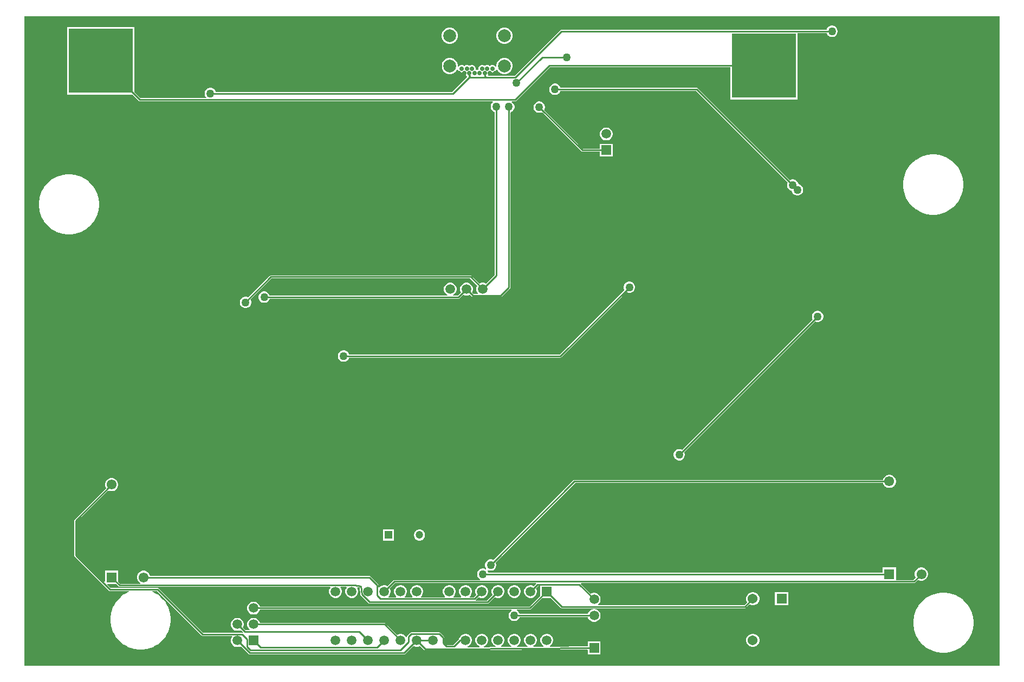
<source format=gbl>
G04*
G04 #@! TF.GenerationSoftware,Altium Limited,Altium Designer,22.11.1 (43)*
G04*
G04 Layer_Physical_Order=2*
G04 Layer_Color=16711680*
%FSLAX25Y25*%
%MOIN*%
G70*
G04*
G04 #@! TF.SameCoordinates,F1E40A5C-0621-48A3-8FA6-9D6C7DDBF0E7*
G04*
G04*
G04 #@! TF.FilePolarity,Positive*
G04*
G01*
G75*
%ADD10C,0.01000*%
%ADD30R,0.05906X0.05906*%
%ADD54C,0.06063*%
%ADD55R,0.06063X0.06063*%
G04:AMPARAMS|DCode=57|XSize=94.49mil|YSize=196.85mil|CornerRadius=47.24mil|HoleSize=0mil|Usage=FLASHONLY|Rotation=0.000|XOffset=0mil|YOffset=0mil|HoleType=Round|Shape=RoundedRectangle|*
%AMROUNDEDRECTD57*
21,1,0.09449,0.10236,0,0,0.0*
21,1,0.00000,0.19685,0,0,0.0*
1,1,0.09449,0.00000,-0.05118*
1,1,0.09449,0.00000,-0.05118*
1,1,0.09449,0.00000,0.05118*
1,1,0.09449,0.00000,0.05118*
%
%ADD57ROUNDEDRECTD57*%
%ADD58C,0.06102*%
%ADD59R,0.06102X0.06102*%
%ADD63C,0.05906*%
%ADD64R,0.05906X0.05906*%
%ADD65C,0.02756*%
%ADD66C,0.07913*%
%ADD67R,0.39370X0.39370*%
%ADD68R,0.04724X0.04724*%
%ADD69C,0.04724*%
%ADD70C,0.05000*%
G36*
X700000Y100000D02*
X100000D01*
Y500000D01*
X700000D01*
Y100000D01*
D02*
G37*
%LPC*%
G36*
X395964Y492996D02*
X394659D01*
X393398Y492658D01*
X392268Y492006D01*
X391345Y491083D01*
X390692Y489953D01*
X390354Y488692D01*
Y487387D01*
X390692Y486126D01*
X391345Y484996D01*
X392268Y484073D01*
X393398Y483421D01*
X394659Y483083D01*
X395964D01*
X397224Y483421D01*
X398355Y484073D01*
X399277Y484996D01*
X399930Y486126D01*
X400268Y487387D01*
Y488692D01*
X399930Y489953D01*
X399277Y491083D01*
X398355Y492006D01*
X397224Y492658D01*
X395964Y492996D01*
D02*
G37*
G36*
X362342D02*
X361036D01*
X359776Y492658D01*
X358646Y492006D01*
X357723Y491083D01*
X357070Y489953D01*
X356732Y488692D01*
Y487387D01*
X357070Y486126D01*
X357723Y484996D01*
X358646Y484073D01*
X359776Y483421D01*
X361036Y483083D01*
X362342D01*
X363602Y483421D01*
X364733Y484073D01*
X365655Y484996D01*
X366308Y486126D01*
X366646Y487387D01*
Y488692D01*
X366308Y489953D01*
X365655Y491083D01*
X364733Y492006D01*
X363602Y492658D01*
X362342Y492996D01*
D02*
G37*
G36*
X597361Y494200D02*
X596439D01*
X595549Y493961D01*
X594751Y493501D01*
X594099Y492849D01*
X593639Y492051D01*
X593521Y491611D01*
X430468D01*
X430119Y491542D01*
X429824Y491344D01*
X401695Y463216D01*
X385567D01*
X385312Y463716D01*
X385602Y464417D01*
Y465363D01*
X385588Y465398D01*
X386146Y465630D01*
X386374Y465858D01*
X386602Y465630D01*
X387476Y465268D01*
X388422D01*
X389296Y465630D01*
X389965Y466299D01*
X390318Y467152D01*
X390416Y467190D01*
X390827Y467271D01*
X391345Y466374D01*
X392268Y465451D01*
X393398Y464798D01*
X394659Y464461D01*
X395964D01*
X397224Y464798D01*
X398355Y465451D01*
X399277Y466374D01*
X399930Y467504D01*
X400268Y468765D01*
Y470070D01*
X399930Y471330D01*
X399277Y472461D01*
X398355Y473384D01*
X397224Y474036D01*
X395964Y474374D01*
X394659D01*
X393398Y474036D01*
X392268Y473384D01*
X391345Y472461D01*
X390692Y471330D01*
X390354Y470070D01*
Y469259D01*
X389855Y469103D01*
X389296Y469662D01*
X388422Y470023D01*
X387476D01*
X386602Y469662D01*
X386374Y469434D01*
X386146Y469662D01*
X385272Y470023D01*
X384326D01*
X383452Y469662D01*
X383224Y469434D01*
X382997Y469662D01*
X382123Y470023D01*
X381177D01*
X380303Y469662D01*
X379634Y468993D01*
X379272Y468119D01*
Y467173D01*
X379286Y467137D01*
X378728Y466906D01*
X378500Y466678D01*
X378272Y466906D01*
X377714Y467137D01*
X377728Y467173D01*
Y468119D01*
X377366Y468993D01*
X376697Y469662D01*
X375823Y470023D01*
X374877D01*
X374003Y469662D01*
X373776Y469434D01*
X373548Y469662D01*
X372674Y470023D01*
X371728D01*
X370854Y469662D01*
X370626Y469434D01*
X370398Y469662D01*
X369524Y470023D01*
X368578D01*
X367704Y469662D01*
X367146Y469103D01*
X366646Y469259D01*
Y470070D01*
X366308Y471330D01*
X365655Y472461D01*
X364733Y473384D01*
X363602Y474036D01*
X362342Y474374D01*
X361036D01*
X359776Y474036D01*
X358646Y473384D01*
X357723Y472461D01*
X357070Y471330D01*
X356732Y470070D01*
Y468765D01*
X357070Y467504D01*
X357723Y466374D01*
X358646Y465451D01*
X359776Y464798D01*
X361036Y464461D01*
X362342D01*
X363602Y464798D01*
X364733Y465451D01*
X365655Y466374D01*
X366173Y467271D01*
X366584Y467190D01*
X366682Y467152D01*
X367035Y466299D01*
X367704Y465630D01*
X368578Y465268D01*
X369524D01*
X370398Y465630D01*
X370626Y465858D01*
X370854Y465630D01*
X371412Y465398D01*
X371398Y465363D01*
Y464417D01*
X371760Y463543D01*
X372429Y462874D01*
X372484Y462597D01*
X363219Y453332D01*
X217800D01*
X217683Y453772D01*
X217222Y454570D01*
X216570Y455222D01*
X215772Y455683D01*
X214882Y455921D01*
X213960D01*
X213070Y455683D01*
X212272Y455222D01*
X211620Y454570D01*
X211160Y453772D01*
X210921Y452882D01*
Y451960D01*
X211160Y451070D01*
X211620Y450272D01*
X211870Y450022D01*
X211663Y449522D01*
X171266D01*
X167685Y453104D01*
Y493185D01*
X126315D01*
Y451815D01*
X166396D01*
X170245Y447967D01*
X170540Y447769D01*
X170889Y447700D01*
X388115D01*
X388250Y447204D01*
X388250Y447200D01*
X387599Y446549D01*
X387139Y445751D01*
X386900Y444861D01*
Y443939D01*
X387139Y443049D01*
X387599Y442251D01*
X388251Y441599D01*
X389049Y441139D01*
X389489Y441021D01*
Y340777D01*
X384077Y335365D01*
X383526Y335683D01*
X382520Y335953D01*
X381480D01*
X380474Y335683D01*
X379923Y335365D01*
X375144Y340144D01*
X374849Y340342D01*
X374500Y340411D01*
X251772D01*
X251423Y340342D01*
X251127Y340144D01*
X237817Y326834D01*
X237423Y327062D01*
X236532Y327300D01*
X235611D01*
X234721Y327062D01*
X233923Y326601D01*
X233271Y325949D01*
X232810Y325151D01*
X232572Y324261D01*
Y323339D01*
X232810Y322449D01*
X233271Y321651D01*
X233923Y320999D01*
X234721Y320538D01*
X235611Y320300D01*
X236532D01*
X237423Y320538D01*
X238221Y320999D01*
X238872Y321651D01*
X239333Y322449D01*
X239572Y323339D01*
Y324261D01*
X239333Y325151D01*
X239106Y325545D01*
X252149Y338589D01*
X374123D01*
X378635Y334077D01*
X378317Y333526D01*
X378047Y332520D01*
Y331480D01*
X378317Y330474D01*
X378837Y329573D01*
X378937Y329473D01*
X378746Y329011D01*
X376277D01*
X375365Y329923D01*
X375683Y330474D01*
X375953Y331480D01*
Y332520D01*
X375683Y333526D01*
X375163Y334427D01*
X374427Y335163D01*
X373526Y335683D01*
X372520Y335953D01*
X371480D01*
X370474Y335683D01*
X369573Y335163D01*
X368837Y334427D01*
X368317Y333526D01*
X368047Y332520D01*
Y331480D01*
X368317Y330474D01*
X368635Y329923D01*
X366623Y327911D01*
X363824D01*
X363690Y328411D01*
X364427Y328837D01*
X365163Y329573D01*
X365683Y330474D01*
X365953Y331480D01*
Y332520D01*
X365683Y333526D01*
X365163Y334427D01*
X364427Y335163D01*
X363526Y335683D01*
X362520Y335953D01*
X361480D01*
X360474Y335683D01*
X359573Y335163D01*
X358837Y334427D01*
X358317Y333526D01*
X358047Y332520D01*
Y331480D01*
X358317Y330474D01*
X358837Y329573D01*
X359573Y328837D01*
X360310Y328411D01*
X360176Y327911D01*
X250879D01*
X250762Y328351D01*
X250301Y329149D01*
X249649Y329801D01*
X248851Y330261D01*
X247961Y330500D01*
X247039D01*
X246149Y330261D01*
X245351Y329801D01*
X244699Y329149D01*
X244238Y328351D01*
X244000Y327461D01*
Y326539D01*
X244238Y325649D01*
X244699Y324851D01*
X245351Y324199D01*
X246149Y323739D01*
X247039Y323500D01*
X247961D01*
X248851Y323739D01*
X249649Y324199D01*
X250301Y324851D01*
X250762Y325649D01*
X250879Y326089D01*
X367000D01*
X367349Y326158D01*
X367644Y326356D01*
X369923Y328635D01*
X370474Y328317D01*
X371480Y328047D01*
X372520D01*
X373526Y328317D01*
X374077Y328635D01*
X375256Y327456D01*
X375551Y327258D01*
X375900Y327189D01*
X393000D01*
X393349Y327258D01*
X393644Y327456D01*
X398644Y332456D01*
X398842Y332751D01*
X398911Y333100D01*
Y440821D01*
X399351Y440939D01*
X400149Y441399D01*
X400801Y442051D01*
X401262Y442849D01*
X401500Y443739D01*
Y444661D01*
X401262Y445551D01*
X400801Y446349D01*
X400149Y447001D01*
X399804Y447200D01*
X399938Y447700D01*
X402011D01*
X402360Y447769D01*
X402655Y447967D01*
X423277Y468589D01*
X534315D01*
Y448815D01*
X575685D01*
Y489789D01*
X593521D01*
X593639Y489349D01*
X594099Y488551D01*
X594751Y487899D01*
X595549Y487438D01*
X596439Y487200D01*
X597361D01*
X598251Y487438D01*
X599049Y487899D01*
X599701Y488551D01*
X600162Y489349D01*
X600400Y490239D01*
Y491161D01*
X600162Y492051D01*
X599701Y492849D01*
X599049Y493501D01*
X598251Y493961D01*
X597361Y494200D01*
D02*
G37*
G36*
X458520Y431453D02*
X457480D01*
X456474Y431183D01*
X455573Y430663D01*
X454837Y429927D01*
X454317Y429026D01*
X454047Y428020D01*
Y426980D01*
X454317Y425974D01*
X454837Y425073D01*
X455573Y424337D01*
X456474Y423817D01*
X457480Y423547D01*
X458520D01*
X459526Y423817D01*
X460427Y424337D01*
X461163Y425073D01*
X461683Y425974D01*
X461953Y426980D01*
Y428020D01*
X461683Y429026D01*
X461163Y429927D01*
X460427Y430663D01*
X459526Y431183D01*
X458520Y431453D01*
D02*
G37*
G36*
X660259Y414857D02*
X657964D01*
X657898Y414844D01*
X657831Y414849D01*
X655555Y414549D01*
X655492Y414528D01*
X655424Y414523D01*
X653208Y413929D01*
X653147Y413900D01*
X653082Y413886D01*
X650961Y413008D01*
X650905Y412971D01*
X650842Y412949D01*
X648854Y411802D01*
X648804Y411757D01*
X648743Y411728D01*
X646922Y410330D01*
X646878Y410280D01*
X646822Y410243D01*
X645199Y408620D01*
X645162Y408564D01*
X645112Y408520D01*
X643714Y406699D01*
X643685Y406638D01*
X643640Y406588D01*
X642493Y404600D01*
X642471Y404537D01*
X642434Y404481D01*
X641556Y402360D01*
X641542Y402294D01*
X641513Y402234D01*
X640919Y400017D01*
X640914Y399950D01*
X640893Y399887D01*
X640593Y397611D01*
X640598Y397544D01*
X640585Y397478D01*
Y395183D01*
X640598Y395117D01*
X640593Y395050D01*
X640893Y392775D01*
X640914Y392711D01*
X640919Y392644D01*
X641513Y390427D01*
X641542Y390367D01*
X641556Y390301D01*
X642434Y388181D01*
X642471Y388125D01*
X642493Y388061D01*
X643640Y386074D01*
X643685Y386023D01*
X643714Y385963D01*
X645112Y384142D01*
X645162Y384098D01*
X645199Y384042D01*
X646822Y382419D01*
X646878Y382382D01*
X646922Y382331D01*
X648743Y380934D01*
X648804Y380904D01*
X648854Y380860D01*
X650842Y379712D01*
X650905Y379691D01*
X650961Y379653D01*
X653082Y378775D01*
X653147Y378762D01*
X653208Y378732D01*
X655424Y378138D01*
X655492Y378134D01*
X655555Y378112D01*
X657831Y377813D01*
X657898Y377817D01*
X657964Y377804D01*
X660259D01*
X660325Y377817D01*
X660392Y377813D01*
X662667Y378112D01*
X662731Y378134D01*
X662798Y378138D01*
X665015Y378732D01*
X665075Y378762D01*
X665141Y378775D01*
X667261Y379653D01*
X667317Y379691D01*
X667381Y379712D01*
X669368Y380860D01*
X669419Y380904D01*
X669479Y380934D01*
X671300Y382331D01*
X671344Y382382D01*
X671400Y382419D01*
X673023Y384042D01*
X673060Y384098D01*
X673111Y384142D01*
X674508Y385963D01*
X674538Y386023D01*
X674582Y386074D01*
X675730Y388061D01*
X675751Y388125D01*
X675788Y388181D01*
X676667Y390301D01*
X676680Y390367D01*
X676710Y390427D01*
X677304Y392644D01*
X677308Y392711D01*
X677330Y392775D01*
X677629Y395050D01*
X677625Y395117D01*
X677638Y395183D01*
Y397478D01*
X677625Y397544D01*
X677629Y397611D01*
X677330Y399887D01*
X677308Y399950D01*
X677304Y400017D01*
X676710Y402234D01*
X676680Y402294D01*
X676667Y402360D01*
X675788Y404481D01*
X675751Y404537D01*
X675730Y404600D01*
X674582Y406588D01*
X674538Y406638D01*
X674508Y406699D01*
X673111Y408520D01*
X673060Y408564D01*
X673023Y408620D01*
X671400Y410243D01*
X671344Y410280D01*
X671300Y410330D01*
X669479Y411728D01*
X669419Y411757D01*
X669368Y411802D01*
X667381Y412949D01*
X667317Y412971D01*
X667261Y413008D01*
X665141Y413886D01*
X665075Y413900D01*
X665015Y413929D01*
X662798Y414523D01*
X662731Y414528D01*
X662667Y414549D01*
X660392Y414849D01*
X660325Y414844D01*
X660259Y414857D01*
D02*
G37*
G36*
X417161Y447500D02*
X416239D01*
X415349Y447261D01*
X414551Y446801D01*
X413899Y446149D01*
X413439Y445351D01*
X413200Y444461D01*
Y443539D01*
X413439Y442649D01*
X413899Y441851D01*
X414551Y441199D01*
X415349Y440738D01*
X416239Y440500D01*
X417161D01*
X418051Y440738D01*
X418445Y440966D01*
X442556Y416856D01*
X442851Y416658D01*
X443200Y416589D01*
X454047D01*
Y413547D01*
X461953D01*
Y421453D01*
X454047D01*
Y418411D01*
X443577D01*
X419734Y442255D01*
X419962Y442649D01*
X420200Y443539D01*
Y444461D01*
X419962Y445351D01*
X419501Y446149D01*
X418849Y446801D01*
X418051Y447261D01*
X417161Y447500D01*
D02*
G37*
G36*
X128566Y402701D02*
X126271D01*
X126205Y402688D01*
X126138Y402692D01*
X123863Y402392D01*
X123799Y402371D01*
X123732Y402366D01*
X121515Y401772D01*
X121455Y401743D01*
X121389Y401729D01*
X119269Y400851D01*
X119212Y400814D01*
X119149Y400792D01*
X117161Y399645D01*
X117111Y399601D01*
X117051Y399571D01*
X115230Y398174D01*
X115185Y398123D01*
X115129Y398086D01*
X113507Y396463D01*
X113469Y396407D01*
X113419Y396363D01*
X112022Y394542D01*
X111992Y394482D01*
X111948Y394431D01*
X110800Y392444D01*
X110778Y392380D01*
X110741Y392324D01*
X109863Y390204D01*
X109850Y390138D01*
X109820Y390077D01*
X109226Y387861D01*
X109222Y387793D01*
X109200Y387730D01*
X108900Y385455D01*
X108905Y385387D01*
X108892Y385321D01*
Y383027D01*
X108905Y382961D01*
X108900Y382893D01*
X109200Y380618D01*
X109222Y380554D01*
X109226Y380487D01*
X109820Y378271D01*
X109850Y378210D01*
X109863Y378144D01*
X110741Y376024D01*
X110778Y375968D01*
X110800Y375904D01*
X111948Y373917D01*
X111992Y373866D01*
X112022Y373806D01*
X113419Y371985D01*
X113469Y371941D01*
X113507Y371885D01*
X115129Y370262D01*
X115185Y370225D01*
X115230Y370174D01*
X117051Y368777D01*
X117111Y368747D01*
X117161Y368703D01*
X119149Y367556D01*
X119212Y367534D01*
X119269Y367497D01*
X121389Y366618D01*
X121455Y366605D01*
X121515Y366576D01*
X123732Y365982D01*
X123799Y365977D01*
X123863Y365955D01*
X126138Y365656D01*
X126205Y365660D01*
X126271Y365647D01*
X128566D01*
X128632Y365660D01*
X128699Y365656D01*
X130974Y365955D01*
X131038Y365977D01*
X131105Y365982D01*
X133322Y366576D01*
X133382Y366605D01*
X133448Y366618D01*
X135568Y367497D01*
X135624Y367534D01*
X135688Y367556D01*
X137676Y368703D01*
X137726Y368747D01*
X137786Y368777D01*
X139607Y370174D01*
X139652Y370225D01*
X139707Y370262D01*
X141330Y371885D01*
X141368Y371941D01*
X141418Y371985D01*
X142815Y373806D01*
X142845Y373866D01*
X142889Y373917D01*
X144037Y375904D01*
X144058Y375968D01*
X144096Y376024D01*
X144974Y378144D01*
X144987Y378210D01*
X145017Y378271D01*
X145611Y380487D01*
X145615Y380554D01*
X145637Y380618D01*
X145937Y382893D01*
X145932Y382961D01*
X145945Y383027D01*
Y385321D01*
X145932Y385387D01*
X145937Y385455D01*
X145637Y387730D01*
X145615Y387793D01*
X145611Y387861D01*
X145017Y390077D01*
X144987Y390138D01*
X144974Y390204D01*
X144096Y392324D01*
X144058Y392380D01*
X144037Y392444D01*
X142889Y394431D01*
X142845Y394482D01*
X142815Y394542D01*
X141418Y396363D01*
X141368Y396407D01*
X141330Y396463D01*
X139707Y398086D01*
X139652Y398123D01*
X139607Y398174D01*
X137786Y399571D01*
X137726Y399601D01*
X137676Y399645D01*
X135688Y400792D01*
X135624Y400814D01*
X135568Y400851D01*
X133448Y401729D01*
X133382Y401743D01*
X133322Y401772D01*
X131105Y402366D01*
X131038Y402371D01*
X130974Y402392D01*
X128699Y402692D01*
X128632Y402688D01*
X128566Y402701D01*
D02*
G37*
G36*
X426843Y458500D02*
X425921D01*
X425031Y458261D01*
X424233Y457801D01*
X423581Y457149D01*
X423120Y456351D01*
X422882Y455461D01*
Y454539D01*
X423120Y453649D01*
X423581Y452851D01*
X424233Y452199D01*
X425031Y451739D01*
X425921Y451500D01*
X426843D01*
X427733Y451739D01*
X428531Y452199D01*
X429183Y452851D01*
X429643Y453649D01*
X429761Y454089D01*
X513323D01*
X569666Y397745D01*
X569439Y397351D01*
X569200Y396461D01*
Y395539D01*
X569439Y394649D01*
X569899Y393851D01*
X570551Y393199D01*
X571349Y392739D01*
X572129Y392529D01*
X572338Y391749D01*
X572799Y390951D01*
X573451Y390299D01*
X574249Y389839D01*
X575139Y389600D01*
X576061D01*
X576951Y389839D01*
X577749Y390299D01*
X578401Y390951D01*
X578862Y391749D01*
X579100Y392639D01*
Y393561D01*
X578862Y394451D01*
X578401Y395249D01*
X577749Y395901D01*
X576951Y396361D01*
X576171Y396571D01*
X575961Y397351D01*
X575501Y398149D01*
X574849Y398801D01*
X574051Y399261D01*
X573161Y399500D01*
X572239D01*
X571349Y399261D01*
X570955Y399034D01*
X514344Y455644D01*
X514049Y455842D01*
X513700Y455911D01*
X429761D01*
X429643Y456351D01*
X429183Y457149D01*
X428531Y457801D01*
X427733Y458261D01*
X426843Y458500D01*
D02*
G37*
G36*
X472660Y336599D02*
X471738D01*
X470848Y336361D01*
X470050Y335900D01*
X469398Y335248D01*
X468938Y334450D01*
X468699Y333560D01*
Y332638D01*
X468938Y331748D01*
X469165Y331354D01*
X429423Y291611D01*
X299779D01*
X299661Y292051D01*
X299201Y292849D01*
X298549Y293501D01*
X297751Y293962D01*
X296861Y294200D01*
X295939D01*
X295049Y293962D01*
X294251Y293501D01*
X293599Y292849D01*
X293139Y292051D01*
X292900Y291161D01*
Y290239D01*
X293139Y289349D01*
X293599Y288551D01*
X294251Y287899D01*
X295049Y287439D01*
X295939Y287200D01*
X296861D01*
X297751Y287439D01*
X298549Y287899D01*
X299201Y288551D01*
X299661Y289349D01*
X299779Y289789D01*
X429800D01*
X430149Y289858D01*
X430444Y290056D01*
X470454Y330065D01*
X470848Y329838D01*
X471738Y329599D01*
X472660D01*
X473550Y329838D01*
X474348Y330298D01*
X475000Y330950D01*
X475461Y331748D01*
X475699Y332638D01*
Y333560D01*
X475461Y334450D01*
X475000Y335248D01*
X474348Y335900D01*
X473550Y336361D01*
X472660Y336599D01*
D02*
G37*
G36*
X588461Y318600D02*
X587539D01*
X586649Y318361D01*
X585851Y317901D01*
X585199Y317249D01*
X584738Y316451D01*
X584500Y315561D01*
Y314639D01*
X584738Y313749D01*
X584966Y313355D01*
X504627Y233016D01*
X504233Y233243D01*
X503343Y233482D01*
X502421D01*
X501531Y233243D01*
X500733Y232783D01*
X500081Y232131D01*
X499620Y231333D01*
X499382Y230443D01*
Y229521D01*
X499620Y228631D01*
X500081Y227833D01*
X500733Y227181D01*
X501531Y226720D01*
X502421Y226482D01*
X503343D01*
X504233Y226720D01*
X505031Y227181D01*
X505683Y227833D01*
X506143Y228631D01*
X506382Y229521D01*
Y230443D01*
X506143Y231333D01*
X505916Y231727D01*
X586255Y312066D01*
X586649Y311839D01*
X587539Y311600D01*
X588461D01*
X589351Y311839D01*
X590149Y312299D01*
X590801Y312951D01*
X591261Y313749D01*
X591500Y314639D01*
Y315561D01*
X591261Y316451D01*
X590801Y317249D01*
X590149Y317901D01*
X589351Y318361D01*
X588461Y318600D01*
D02*
G37*
G36*
X632691Y217610D02*
X631624D01*
X630594Y217334D01*
X629670Y216801D01*
X628916Y216047D01*
X628382Y215123D01*
X628208Y214470D01*
X438459D01*
X438110Y214401D01*
X437815Y214204D01*
X388645Y165034D01*
X388251Y165261D01*
X387361Y165500D01*
X386439D01*
X385549Y165261D01*
X384751Y164801D01*
X384099Y164149D01*
X383639Y163351D01*
X383400Y162461D01*
Y161539D01*
X383639Y160649D01*
X384099Y159851D01*
X384131Y159819D01*
X383824Y159419D01*
X383404Y159661D01*
X382514Y159900D01*
X381593D01*
X380702Y159661D01*
X379904Y159201D01*
X379253Y158549D01*
X378792Y157751D01*
X378553Y156861D01*
Y155939D01*
X378792Y155049D01*
X379253Y154251D01*
X379904Y153599D01*
X380403Y153311D01*
X380269Y152811D01*
X327553D01*
X327205Y152742D01*
X326909Y152544D01*
X323435Y149070D01*
X322884Y149388D01*
X321879Y149657D01*
X320838D01*
X319832Y149388D01*
X318931Y148868D01*
X318311Y148248D01*
X317811Y148412D01*
Y149800D01*
X317742Y150149D01*
X317544Y150444D01*
X312872Y155117D01*
X312576Y155314D01*
X312228Y155384D01*
X177292D01*
X177118Y156036D01*
X176584Y156960D01*
X175830Y157714D01*
X174906Y158247D01*
X173876Y158524D01*
X172809D01*
X171779Y158247D01*
X170855Y157714D01*
X170101Y156960D01*
X169567Y156036D01*
X169291Y155006D01*
Y153939D01*
X169567Y152909D01*
X170101Y151985D01*
X170855Y151231D01*
X171319Y150962D01*
X171186Y150462D01*
X158956D01*
X157709Y151710D01*
Y158524D01*
X149606D01*
Y151936D01*
X149144Y151744D01*
X132411Y168477D01*
Y189024D01*
X151509Y208122D01*
X152094Y207784D01*
X153124Y207508D01*
X154191D01*
X155221Y207784D01*
X156145Y208317D01*
X156899Y209071D01*
X157432Y209995D01*
X157709Y211026D01*
Y212092D01*
X157432Y213123D01*
X156899Y214047D01*
X156145Y214801D01*
X155221Y215334D01*
X154191Y215610D01*
X153124D01*
X152094Y215334D01*
X151170Y214801D01*
X150416Y214047D01*
X149882Y213123D01*
X149606Y212092D01*
Y211026D01*
X149882Y209995D01*
X150220Y209410D01*
X130856Y190046D01*
X130658Y189750D01*
X130589Y189402D01*
Y168100D01*
X130658Y167751D01*
X130856Y167456D01*
X151956Y146356D01*
X152251Y146158D01*
X152600Y146089D01*
X164244D01*
X164343Y145589D01*
X163350Y145177D01*
X163294Y145140D01*
X163230Y145118D01*
X161243Y143971D01*
X161192Y143927D01*
X161132Y143897D01*
X159311Y142500D01*
X159267Y142449D01*
X159211Y142412D01*
X157588Y140789D01*
X157551Y140733D01*
X157500Y140689D01*
X156103Y138868D01*
X156073Y138808D01*
X156029Y138757D01*
X154882Y136770D01*
X154860Y136706D01*
X154823Y136650D01*
X153944Y134530D01*
X153931Y134464D01*
X153902Y134403D01*
X153308Y132187D01*
X153303Y132120D01*
X153281Y132056D01*
X152982Y129780D01*
X152986Y129713D01*
X152973Y129648D01*
Y127352D01*
X152986Y127287D01*
X152982Y127219D01*
X153281Y124944D01*
X153303Y124880D01*
X153308Y124813D01*
X153902Y122597D01*
X153931Y122536D01*
X153944Y122470D01*
X154823Y120350D01*
X154860Y120294D01*
X154882Y120230D01*
X156029Y118243D01*
X156073Y118192D01*
X156103Y118132D01*
X157500Y116311D01*
X157551Y116267D01*
X157588Y116211D01*
X159211Y114588D01*
X159267Y114551D01*
X159311Y114500D01*
X161132Y113103D01*
X161192Y113074D01*
X161243Y113029D01*
X163230Y111882D01*
X163294Y111860D01*
X163350Y111823D01*
X165470Y110944D01*
X165536Y110931D01*
X165596Y110901D01*
X167813Y110308D01*
X167880Y110303D01*
X167944Y110282D01*
X170219Y109982D01*
X170287Y109986D01*
X170352Y109973D01*
X172648D01*
X172713Y109986D01*
X172781Y109982D01*
X175056Y110282D01*
X175120Y110303D01*
X175187Y110308D01*
X177403Y110901D01*
X177464Y110931D01*
X177530Y110944D01*
X179650Y111823D01*
X179706Y111860D01*
X179770Y111882D01*
X181757Y113029D01*
X181808Y113074D01*
X181868Y113103D01*
X183689Y114500D01*
X183733Y114551D01*
X183789Y114588D01*
X185412Y116211D01*
X185449Y116267D01*
X185500Y116311D01*
X186897Y118132D01*
X186926Y118192D01*
X186971Y118243D01*
X188118Y120230D01*
X188140Y120294D01*
X188177Y120350D01*
X189056Y122470D01*
X189069Y122536D01*
X189099Y122597D01*
X189692Y124813D01*
X189697Y124880D01*
X189718Y124944D01*
X190018Y127219D01*
X190014Y127287D01*
X190027Y127352D01*
Y129648D01*
X190014Y129713D01*
X190018Y129781D01*
X189718Y132056D01*
X189697Y132120D01*
X189692Y132187D01*
X189099Y134403D01*
X189069Y134464D01*
X189056Y134530D01*
X188177Y136650D01*
X188140Y136706D01*
X188118Y136770D01*
X186971Y138757D01*
X186926Y138808D01*
X186897Y138868D01*
X185500Y140689D01*
X185449Y140733D01*
X185412Y140789D01*
X183789Y142412D01*
X183733Y142449D01*
X183689Y142500D01*
X181868Y143897D01*
X181808Y143927D01*
X181757Y143971D01*
X179770Y145118D01*
X179706Y145140D01*
X179650Y145177D01*
X178657Y145589D01*
X178756Y146089D01*
X181723D01*
X209056Y118756D01*
X209351Y118558D01*
X209700Y118489D01*
X227746D01*
X227937Y118027D01*
X227837Y117927D01*
X227317Y117026D01*
X227047Y116020D01*
Y114980D01*
X227317Y113974D01*
X227837Y113073D01*
X228573Y112337D01*
X229474Y111817D01*
X230480Y111547D01*
X231520D01*
X232526Y111817D01*
X233077Y112135D01*
X237956Y107256D01*
X238251Y107058D01*
X238600Y106989D01*
X333553D01*
X333902Y107058D01*
X334198Y107256D01*
X339282Y112339D01*
X339832Y112021D01*
X340838Y111752D01*
X341879D01*
X342884Y112021D01*
X343435Y112339D01*
X345954Y109820D01*
X346250Y109623D01*
X346599Y109553D01*
X364864D01*
X364867Y109554D01*
X364870Y109553D01*
X446193Y110062D01*
X446547Y109709D01*
Y107047D01*
X454453D01*
Y114953D01*
X446547D01*
Y111887D01*
X423399Y111742D01*
X423264Y112241D01*
X423785Y112542D01*
X424521Y113278D01*
X425042Y114179D01*
X425311Y115184D01*
Y116225D01*
X425042Y117230D01*
X424521Y118132D01*
X423785Y118868D01*
X422884Y119388D01*
X421879Y119658D01*
X420838D01*
X419833Y119388D01*
X418931Y118868D01*
X418195Y118132D01*
X417675Y117230D01*
X417406Y116225D01*
Y115184D01*
X417675Y114179D01*
X418195Y113278D01*
X418931Y112542D01*
X419493Y112217D01*
X419361Y111716D01*
X413290Y111679D01*
X413155Y112178D01*
X413785Y112542D01*
X414521Y113278D01*
X415042Y114179D01*
X415311Y115184D01*
Y116225D01*
X415042Y117230D01*
X414521Y118132D01*
X413785Y118868D01*
X412884Y119388D01*
X411879Y119658D01*
X410838D01*
X409832Y119388D01*
X408931Y118868D01*
X408195Y118132D01*
X407675Y117230D01*
X407406Y116225D01*
Y115184D01*
X407675Y114179D01*
X408195Y113278D01*
X408931Y112542D01*
X409600Y112155D01*
X409468Y111655D01*
X403180Y111615D01*
X403045Y112114D01*
X403785Y112542D01*
X404521Y113278D01*
X405042Y114179D01*
X405311Y115184D01*
Y116225D01*
X405042Y117230D01*
X404521Y118132D01*
X403785Y118868D01*
X402884Y119388D01*
X401879Y119658D01*
X400838D01*
X399833Y119388D01*
X398931Y118868D01*
X398195Y118132D01*
X397675Y117230D01*
X397406Y116225D01*
Y115184D01*
X397675Y114179D01*
X398195Y113278D01*
X398931Y112542D01*
X399708Y112094D01*
X399575Y111593D01*
X393223Y111553D01*
X393181Y111618D01*
X393342Y112286D01*
X393785Y112542D01*
X394521Y113278D01*
X395042Y114179D01*
X395311Y115184D01*
Y116225D01*
X395042Y117230D01*
X394521Y118132D01*
X393785Y118868D01*
X392884Y119388D01*
X391879Y119658D01*
X390838D01*
X389832Y119388D01*
X388931Y118868D01*
X388195Y118132D01*
X387675Y117230D01*
X387405Y116225D01*
Y115184D01*
X387675Y114179D01*
X388195Y113278D01*
X388931Y112542D01*
X389832Y112021D01*
X389730Y111531D01*
X382825Y111488D01*
X382757Y111988D01*
X382884Y112021D01*
X383785Y112542D01*
X384521Y113278D01*
X385042Y114179D01*
X385311Y115184D01*
Y116225D01*
X385042Y117230D01*
X384521Y118132D01*
X383785Y118868D01*
X382884Y119388D01*
X381879Y119658D01*
X380838D01*
X379833Y119388D01*
X378931Y118868D01*
X378195Y118132D01*
X377675Y117230D01*
X377406Y116225D01*
Y115184D01*
X377675Y114179D01*
X378195Y113278D01*
X378931Y112542D01*
X379833Y112021D01*
X380023Y111970D01*
X379958Y111470D01*
X372586Y111424D01*
X372518Y111924D01*
X372884Y112021D01*
X373785Y112542D01*
X374521Y113278D01*
X375042Y114179D01*
X375311Y115184D01*
Y116225D01*
X375042Y117230D01*
X374521Y118132D01*
X373785Y118868D01*
X372884Y119388D01*
X371879Y119658D01*
X370838D01*
X369832Y119388D01*
X368931Y118868D01*
X368195Y118132D01*
X367675Y117230D01*
X367432Y116326D01*
X363876Y112769D01*
X360019D01*
X358411Y114377D01*
Y117300D01*
X358342Y117649D01*
X358144Y117944D01*
X355844Y120244D01*
X355549Y120442D01*
X355200Y120511D01*
X337900D01*
X337551Y120442D01*
X337256Y120244D01*
X335656Y118644D01*
X335458Y118349D01*
X335389Y118000D01*
Y117629D01*
X334889Y117495D01*
X334521Y118132D01*
X333785Y118868D01*
X332884Y119388D01*
X331879Y119658D01*
X330838D01*
X329833Y119388D01*
X329282Y119070D01*
X322207Y126144D01*
X321912Y126342D01*
X321563Y126411D01*
X244848D01*
X244683Y127026D01*
X244163Y127927D01*
X243427Y128663D01*
X242526Y129183D01*
X241520Y129453D01*
X240480D01*
X239474Y129183D01*
X238573Y128663D01*
X237837Y127927D01*
X237317Y127026D01*
X237047Y126020D01*
Y124980D01*
X237317Y123974D01*
X237837Y123073D01*
X238499Y122411D01*
X238394Y121911D01*
X235877D01*
X234365Y123423D01*
X234683Y123974D01*
X234953Y124980D01*
Y126020D01*
X234683Y127026D01*
X234163Y127927D01*
X233427Y128663D01*
X232526Y129183D01*
X231520Y129453D01*
X230480D01*
X229474Y129183D01*
X228573Y128663D01*
X227837Y127927D01*
X227317Y127026D01*
X227047Y126020D01*
Y124980D01*
X227317Y123974D01*
X227837Y123073D01*
X228573Y122337D01*
X229474Y121817D01*
X230480Y121547D01*
X231520D01*
X232526Y121817D01*
X233077Y122135D01*
X234536Y120676D01*
X234513Y120624D01*
X234241Y120263D01*
X234000Y120311D01*
X210077D01*
X182744Y147644D01*
X182449Y147842D01*
X182100Y147911D01*
X152977D01*
X150929Y149959D01*
X151121Y150421D01*
X156420D01*
X157934Y148907D01*
X158230Y148709D01*
X158579Y148640D01*
X288050D01*
X288241Y148178D01*
X288195Y148132D01*
X287675Y147231D01*
X287405Y146225D01*
Y145184D01*
X287675Y144179D01*
X288195Y143278D01*
X288931Y142542D01*
X289832Y142021D01*
X290838Y141752D01*
X291879D01*
X292884Y142021D01*
X293785Y142542D01*
X294521Y143278D01*
X295042Y144179D01*
X295311Y145184D01*
Y146225D01*
X295042Y147231D01*
X294521Y148132D01*
X294475Y148178D01*
X294666Y148640D01*
X298050D01*
X298241Y148178D01*
X298195Y148132D01*
X297675Y147231D01*
X297406Y146225D01*
Y145184D01*
X297675Y144179D01*
X298195Y143278D01*
X298931Y142542D01*
X299833Y142021D01*
X300838Y141752D01*
X301879D01*
X302884Y142021D01*
X303785Y142542D01*
X304521Y143278D01*
X305042Y144179D01*
X305311Y145184D01*
Y146225D01*
X305042Y147231D01*
X304654Y147902D01*
X304964Y148365D01*
X306258Y148193D01*
X306604Y144036D01*
X306643Y143901D01*
X306670Y143763D01*
X306691Y143731D01*
X306702Y143694D01*
X306789Y143584D01*
X306868Y143467D01*
X311727Y138608D01*
X312023Y138410D01*
X312371Y138341D01*
X384905D01*
X385254Y138410D01*
X385550Y138608D01*
X389282Y142340D01*
X389832Y142021D01*
X390838Y141752D01*
X391879D01*
X392884Y142021D01*
X393785Y142542D01*
X394521Y143278D01*
X395042Y144179D01*
X395311Y145184D01*
Y146225D01*
X395042Y147231D01*
X394521Y148132D01*
X393785Y148868D01*
X392884Y149388D01*
X391879Y149657D01*
X390838D01*
X389832Y149388D01*
X388931Y148868D01*
X388195Y148132D01*
X387675Y147231D01*
X387405Y146225D01*
Y145184D01*
X387675Y144179D01*
X387993Y143628D01*
X384528Y140163D01*
X377784D01*
X377641Y140435D01*
X377605Y140663D01*
X379282Y142340D01*
X379833Y142021D01*
X380838Y141752D01*
X381879D01*
X382884Y142021D01*
X383785Y142542D01*
X384521Y143278D01*
X385042Y144179D01*
X385311Y145184D01*
Y146225D01*
X385042Y147231D01*
X384521Y148132D01*
X383785Y148868D01*
X382884Y149388D01*
X381879Y149657D01*
X380838D01*
X379833Y149388D01*
X378931Y148868D01*
X378195Y148132D01*
X377675Y147231D01*
X377406Y146225D01*
Y145184D01*
X377675Y144179D01*
X377993Y143628D01*
X376528Y142163D01*
X374078D01*
X373907Y142663D01*
X374521Y143278D01*
X375042Y144179D01*
X375311Y145184D01*
Y146225D01*
X375042Y147231D01*
X374521Y148132D01*
X373785Y148868D01*
X372884Y149388D01*
X371879Y149657D01*
X370838D01*
X369832Y149388D01*
X368931Y148868D01*
X368195Y148132D01*
X367675Y147231D01*
X367406Y146225D01*
Y145184D01*
X367675Y144179D01*
X368195Y143278D01*
X368810Y142663D01*
X368638Y142163D01*
X364078D01*
X363907Y142663D01*
X364521Y143278D01*
X365042Y144179D01*
X365311Y145184D01*
Y146225D01*
X365042Y147231D01*
X364521Y148132D01*
X363785Y148868D01*
X362884Y149388D01*
X361879Y149657D01*
X360838D01*
X359833Y149388D01*
X358931Y148868D01*
X358195Y148132D01*
X357675Y147231D01*
X357405Y146225D01*
Y145184D01*
X357675Y144179D01*
X358195Y143278D01*
X358810Y142663D01*
X358638Y142163D01*
X344078D01*
X343907Y142663D01*
X344521Y143278D01*
X345042Y144179D01*
X345311Y145184D01*
Y146225D01*
X345042Y147231D01*
X344521Y148132D01*
X343785Y148868D01*
X342884Y149388D01*
X341879Y149657D01*
X340838D01*
X339832Y149388D01*
X338931Y148868D01*
X338195Y148132D01*
X337675Y147231D01*
X337405Y146225D01*
Y145184D01*
X337675Y144179D01*
X338195Y143278D01*
X338810Y142663D01*
X338638Y142163D01*
X334078D01*
X333907Y142663D01*
X334521Y143278D01*
X335042Y144179D01*
X335311Y145184D01*
Y146225D01*
X335042Y147231D01*
X334521Y148132D01*
X333785Y148868D01*
X332884Y149388D01*
X331879Y149657D01*
X330838D01*
X329833Y149388D01*
X328931Y148868D01*
X328195Y148132D01*
X327675Y147231D01*
X327406Y146225D01*
Y145184D01*
X327675Y144179D01*
X328195Y143278D01*
X328810Y142663D01*
X328638Y142163D01*
X324078D01*
X323907Y142663D01*
X324521Y143278D01*
X325042Y144179D01*
X325311Y145184D01*
Y146225D01*
X325042Y147231D01*
X324724Y147781D01*
X327931Y150989D01*
X414646D01*
X414853Y150489D01*
X413435Y149070D01*
X412884Y149388D01*
X411879Y149657D01*
X410838D01*
X409832Y149388D01*
X408931Y148868D01*
X408195Y148132D01*
X407675Y147231D01*
X407406Y146225D01*
Y145184D01*
X407675Y144179D01*
X408195Y143278D01*
X408931Y142542D01*
X409832Y142021D01*
X410838Y141752D01*
X411879D01*
X412884Y142021D01*
X413785Y142542D01*
X414521Y143278D01*
X415042Y144179D01*
X415311Y145184D01*
Y146225D01*
X415042Y147231D01*
X414723Y147781D01*
X416188Y149246D01*
X417406D01*
Y143041D01*
X410776Y136411D01*
X244848D01*
X244683Y137026D01*
X244163Y137927D01*
X243427Y138663D01*
X242526Y139183D01*
X241520Y139453D01*
X240480D01*
X239474Y139183D01*
X238573Y138663D01*
X237837Y137927D01*
X237317Y137026D01*
X237047Y136020D01*
Y134980D01*
X237317Y133974D01*
X237837Y133073D01*
X238573Y132337D01*
X239474Y131817D01*
X240480Y131547D01*
X241520D01*
X242526Y131817D01*
X243427Y132337D01*
X244163Y133073D01*
X244683Y133974D01*
X244848Y134589D01*
X399574D01*
X399708Y134089D01*
X399209Y133801D01*
X398557Y133149D01*
X398097Y132351D01*
X397858Y131461D01*
Y130539D01*
X398097Y129649D01*
X398557Y128851D01*
X399209Y128199D01*
X400007Y127738D01*
X400897Y127500D01*
X401819D01*
X402709Y127738D01*
X403507Y128199D01*
X404159Y128851D01*
X404620Y129649D01*
X404738Y130089D01*
X446652D01*
X446817Y129474D01*
X447337Y128573D01*
X448073Y127837D01*
X448974Y127317D01*
X449980Y127047D01*
X451020D01*
X452026Y127317D01*
X452927Y127837D01*
X453663Y128573D01*
X454183Y129474D01*
X454453Y130480D01*
Y131520D01*
X454183Y132526D01*
X453663Y133427D01*
X452927Y134163D01*
X452026Y134683D01*
X451020Y134953D01*
X449980D01*
X448974Y134683D01*
X448073Y134163D01*
X447337Y133427D01*
X446817Y132526D01*
X446652Y131911D01*
X404738D01*
X404620Y132351D01*
X404159Y133149D01*
X403507Y133801D01*
X403008Y134089D01*
X403142Y134589D01*
X411153D01*
X411502Y134658D01*
X411798Y134856D01*
X418694Y141752D01*
X424022D01*
X430019Y135756D01*
X430314Y135558D01*
X430663Y135489D01*
X543247D01*
X543595Y135558D01*
X543891Y135756D01*
X546007Y137872D01*
X546586Y137538D01*
X547611Y137264D01*
X548673D01*
X549698Y137538D01*
X550617Y138069D01*
X551368Y138820D01*
X551898Y139739D01*
X552173Y140764D01*
Y141826D01*
X551898Y142851D01*
X551368Y143771D01*
X550617Y144521D01*
X549698Y145052D01*
X548673Y145327D01*
X547611D01*
X546586Y145052D01*
X545666Y144521D01*
X544916Y143771D01*
X544385Y142851D01*
X544110Y141826D01*
Y140764D01*
X544385Y139739D01*
X544719Y139161D01*
X542869Y137311D01*
X453016D01*
X452882Y137811D01*
X452927Y137837D01*
X453663Y138573D01*
X454183Y139474D01*
X454453Y140480D01*
Y141520D01*
X454183Y142526D01*
X453663Y143427D01*
X452927Y144163D01*
X452026Y144683D01*
X451020Y144953D01*
X449980D01*
X448974Y144683D01*
X448423Y144365D01*
X442300Y150489D01*
X442507Y150989D01*
X647270D01*
X647619Y151058D01*
X647914Y151256D01*
X649694Y153035D01*
X650279Y152698D01*
X651309Y152421D01*
X652376D01*
X653406Y152698D01*
X654330Y153231D01*
X655084Y153985D01*
X655618Y154909D01*
X655894Y155939D01*
Y157006D01*
X655618Y158036D01*
X655084Y158960D01*
X654330Y159714D01*
X653406Y160248D01*
X652376Y160524D01*
X651309D01*
X650279Y160248D01*
X649355Y159714D01*
X648601Y158960D01*
X648068Y158036D01*
X647791Y157006D01*
Y155939D01*
X648068Y154909D01*
X648405Y154324D01*
X646893Y152811D01*
X636209D01*
Y160524D01*
X628106D01*
Y157384D01*
X627473D01*
X627472Y157384D01*
X627472Y157384D01*
X385432Y157312D01*
X385315Y157751D01*
X384854Y158549D01*
X384823Y158581D01*
X385129Y158981D01*
X385549Y158739D01*
X386439Y158500D01*
X387361D01*
X388251Y158739D01*
X389049Y159199D01*
X389701Y159851D01*
X390161Y160649D01*
X390400Y161539D01*
Y162461D01*
X390161Y163351D01*
X389934Y163745D01*
X438837Y212648D01*
X628208D01*
X628382Y211996D01*
X628916Y211072D01*
X629670Y210317D01*
X630594Y209784D01*
X631624Y209508D01*
X632691D01*
X633721Y209784D01*
X634645Y210317D01*
X635399Y211072D01*
X635933Y211996D01*
X636209Y213026D01*
Y214092D01*
X635933Y215123D01*
X635399Y216047D01*
X634645Y216801D01*
X633721Y217334D01*
X632691Y217610D01*
D02*
G37*
G36*
X343549Y183862D02*
X342664D01*
X341809Y183633D01*
X341042Y183190D01*
X340416Y182564D01*
X339973Y181798D01*
X339744Y180943D01*
Y180057D01*
X339973Y179202D01*
X340416Y178436D01*
X341042Y177810D01*
X341809Y177367D01*
X342664Y177138D01*
X343549D01*
X344404Y177367D01*
X345171Y177810D01*
X345797Y178436D01*
X346239Y179202D01*
X346469Y180057D01*
Y180943D01*
X346239Y181798D01*
X345797Y182564D01*
X345171Y183190D01*
X344404Y183633D01*
X343549Y183862D01*
D02*
G37*
G36*
X327256D02*
X320532D01*
Y177138D01*
X327256D01*
Y183862D01*
D02*
G37*
G36*
X666550Y145052D02*
X664255D01*
X664189Y145039D01*
X664122Y145044D01*
X661847Y144744D01*
X661783Y144722D01*
X661716Y144718D01*
X659499Y144124D01*
X659439Y144094D01*
X659373Y144081D01*
X657253Y143203D01*
X657197Y143166D01*
X657133Y143144D01*
X655145Y141996D01*
X655095Y141952D01*
X655034Y141922D01*
X653214Y140525D01*
X653169Y140475D01*
X653114Y140437D01*
X651491Y138814D01*
X651453Y138759D01*
X651403Y138714D01*
X650006Y136893D01*
X649976Y136833D01*
X649932Y136783D01*
X648784Y134795D01*
X648763Y134731D01*
X648725Y134676D01*
X647847Y132555D01*
X647834Y132489D01*
X647804Y132429D01*
X647210Y130212D01*
X647206Y130145D01*
X647184Y130081D01*
X646884Y127806D01*
X646889Y127739D01*
X646876Y127673D01*
Y125378D01*
X646889Y125312D01*
X646884Y125245D01*
X647184Y122970D01*
X647206Y122906D01*
X647210Y122839D01*
X647804Y120622D01*
X647834Y120562D01*
X647847Y120496D01*
X648725Y118376D01*
X648763Y118320D01*
X648784Y118256D01*
X649932Y116268D01*
X649976Y116218D01*
X650006Y116157D01*
X651403Y114337D01*
X651453Y114292D01*
X651491Y114236D01*
X653114Y112614D01*
X653169Y112576D01*
X653214Y112526D01*
X655034Y111129D01*
X655095Y111099D01*
X655145Y111055D01*
X657133Y109907D01*
X657197Y109886D01*
X657253Y109848D01*
X659373Y108970D01*
X659439Y108957D01*
X659499Y108927D01*
X661716Y108333D01*
X661783Y108329D01*
X661847Y108307D01*
X664122Y108008D01*
X664189Y108012D01*
X664255Y107999D01*
X666550D01*
X666616Y108012D01*
X666683Y108008D01*
X668958Y108307D01*
X669022Y108329D01*
X669089Y108333D01*
X671306Y108927D01*
X671366Y108957D01*
X671432Y108970D01*
X673553Y109848D01*
X673608Y109886D01*
X673672Y109907D01*
X675660Y111055D01*
X675710Y111099D01*
X675771Y111129D01*
X677591Y112526D01*
X677636Y112576D01*
X677692Y112614D01*
X679314Y114236D01*
X679352Y114293D01*
X679402Y114337D01*
X680799Y116157D01*
X680829Y116218D01*
X680873Y116268D01*
X682021Y118256D01*
X682043Y118320D01*
X682080Y118376D01*
X682958Y120496D01*
X682971Y120562D01*
X683001Y120622D01*
X683595Y122839D01*
X683599Y122906D01*
X683621Y122970D01*
X683921Y125245D01*
X683916Y125312D01*
X683929Y125378D01*
Y127673D01*
X683916Y127739D01*
X683921Y127806D01*
X683621Y130081D01*
X683599Y130145D01*
X683595Y130212D01*
X683001Y132429D01*
X682971Y132489D01*
X682958Y132555D01*
X682080Y134676D01*
X682043Y134731D01*
X682021Y134795D01*
X680873Y136783D01*
X680829Y136833D01*
X680799Y136893D01*
X679402Y138714D01*
X679352Y138759D01*
X679314Y138814D01*
X677692Y140437D01*
X677636Y140475D01*
X677591Y140525D01*
X675771Y141922D01*
X675710Y141952D01*
X675660Y141996D01*
X673672Y143144D01*
X673608Y143166D01*
X673553Y143203D01*
X671432Y144081D01*
X671366Y144094D01*
X671306Y144124D01*
X669089Y144718D01*
X669022Y144722D01*
X668958Y144744D01*
X666683Y145044D01*
X666616Y145039D01*
X666550Y145052D01*
D02*
G37*
G36*
X401879Y149657D02*
X400838D01*
X399833Y149388D01*
X398931Y148868D01*
X398195Y148132D01*
X397675Y147231D01*
X397406Y146225D01*
Y145184D01*
X397675Y144179D01*
X398195Y143278D01*
X398931Y142542D01*
X399833Y142021D01*
X400838Y141752D01*
X401879D01*
X402884Y142021D01*
X403785Y142542D01*
X404521Y143278D01*
X405042Y144179D01*
X405311Y145184D01*
Y146225D01*
X405042Y147231D01*
X404521Y148132D01*
X403785Y148868D01*
X402884Y149388D01*
X401879Y149657D01*
D02*
G37*
G36*
X569890Y145327D02*
X561827D01*
Y137264D01*
X569890D01*
Y145327D01*
D02*
G37*
G36*
X548673Y119736D02*
X547611D01*
X546586Y119461D01*
X545666Y118931D01*
X544916Y118180D01*
X544385Y117261D01*
X544110Y116235D01*
Y115174D01*
X544385Y114148D01*
X544916Y113229D01*
X545666Y112479D01*
X546586Y111948D01*
X547611Y111673D01*
X548673D01*
X549698Y111948D01*
X550617Y112479D01*
X551368Y113229D01*
X551898Y114148D01*
X552173Y115174D01*
Y116235D01*
X551898Y117261D01*
X551368Y118180D01*
X550617Y118931D01*
X549698Y119461D01*
X548673Y119736D01*
D02*
G37*
%LPD*%
D10*
X416700Y444000D02*
X443200Y417500D01*
X458000D01*
X356200Y472000D02*
X357200Y473000D01*
X572700Y396000D02*
X575600Y393100D01*
X513700Y455000D02*
X572700Y396000D01*
X374471Y462305D02*
X383920D01*
X373976Y462800D02*
X374471Y462305D01*
X373776Y463000D02*
X373976Y462800D01*
X341358Y115705D02*
X346599Y110464D01*
X364864D01*
X450500Y111000D01*
X418500Y474600D02*
X433800D01*
X402800Y458900D02*
X418500Y474600D01*
X429800Y290700D02*
X472199Y333099D01*
X296400Y290700D02*
X429800D01*
X214421Y452421D02*
X363597D01*
X373976Y462800D01*
X373776Y464890D02*
X373976Y462800D01*
X373776Y463000D02*
Y464890D01*
X402073Y462305D02*
X430468Y490700D01*
X383224Y463000D02*
Y464890D01*
Y463000D02*
X383920Y462305D01*
X402073D01*
X430468Y490700D02*
X596900D01*
X426382Y455000D02*
X513700D01*
X131500Y189402D02*
X153657Y211559D01*
X131500Y168100D02*
Y189402D01*
Y168100D02*
X152600Y147000D01*
X182100D01*
X209700Y119400D01*
X234000D01*
X237100Y116300D01*
Y111600D02*
Y116300D01*
Y111600D02*
X238900Y109800D01*
X331300D01*
X336300Y114800D01*
Y118000D01*
X337900Y119600D01*
X355200D01*
X357500Y117300D01*
Y114000D02*
Y117300D01*
Y114000D02*
X359642Y111858D01*
X364253D01*
X368100Y115705D01*
X371358D01*
X153657Y154472D02*
X158579Y149551D01*
X302951D01*
X307105Y149000D01*
X307512Y144112D01*
X312371Y139252D01*
X384905D01*
X391358Y145705D01*
X147000Y472500D02*
X170889Y448611D01*
X402011D01*
X422900Y469500D01*
X555000D01*
X236072Y323800D02*
X251772Y339500D01*
X374500D01*
X382000Y332000D01*
X390400Y340400D02*
Y444400D01*
X382000Y332000D02*
X390400Y340400D01*
X247500Y327000D02*
X367000D01*
X372000Y332000D01*
X366487Y463900D02*
X367476Y464890D01*
X358300Y463900D02*
X366487D01*
X356200Y466000D02*
X358300Y463900D01*
X356200Y466000D02*
Y472000D01*
X359100Y474900D02*
X398000D01*
X390453Y463960D02*
X398728D01*
X502882Y229982D02*
X588000Y315100D01*
X231000Y115500D02*
X238600Y107900D01*
X333553D01*
X341358Y115705D01*
X351358D01*
X141059Y184000D02*
X185941D01*
X231000Y135500D02*
X236000Y130500D01*
X346563D01*
X361358Y115705D01*
X366653Y121000D01*
X450500D01*
X463600Y107900D01*
X558054D01*
X565858Y115705D01*
X619559Y186000D02*
X664441D01*
X367476Y464890D02*
X367666Y464700D01*
X370436D01*
X370626Y464890D01*
X255000Y473000D02*
X357200D01*
X359100Y474900D01*
X398000D02*
X400768Y472132D01*
Y466000D02*
Y472132D01*
X398728Y463960D02*
X400768Y466000D01*
X389524Y464890D02*
X390453Y463960D01*
X389334Y464700D02*
X389524Y464890D01*
X386564Y464700D02*
X389334D01*
X386374Y464890D02*
X386564Y464700D01*
X386900Y162000D02*
X438459Y213559D01*
X632158D01*
X173342Y154472D02*
X312228D01*
X316900Y149800D01*
Y143300D02*
Y149800D01*
Y143300D02*
X318948Y141252D01*
X376905D01*
X381358Y145705D01*
X241000Y115500D02*
X245300Y111200D01*
X316853D01*
X321358Y115705D01*
X231000Y125500D02*
X235500Y121000D01*
X306063D01*
X311358Y115705D01*
X382053Y156400D02*
X627473Y156473D01*
X632158D01*
X321358Y145705D02*
X327553Y151900D01*
X647270D01*
X651843Y156473D01*
X241000Y135500D02*
X411153D01*
X421358Y145705D01*
X430663Y136400D01*
X543247D01*
X548142Y141295D01*
X411358Y145705D02*
X415811Y150158D01*
X441342D01*
X450500Y141000D01*
X241000Y125500D02*
X321563D01*
X331358Y115705D01*
X372000Y332000D02*
X375900Y328100D01*
X393000D01*
X398000Y333100D01*
Y444200D01*
X401358Y131000D02*
X450500D01*
D30*
X352000Y332000D02*
D03*
D54*
X548142Y115705D02*
D03*
Y141295D02*
D03*
X565858Y115705D02*
D03*
D55*
Y141295D02*
D03*
D57*
X185941Y184000D02*
D03*
X141059D02*
D03*
X664441Y186000D02*
D03*
X619559D02*
D03*
D58*
X163500Y154472D02*
D03*
X173342D02*
D03*
Y211559D02*
D03*
X153657D02*
D03*
X642000Y156473D02*
D03*
X651843D02*
D03*
Y213559D02*
D03*
X632158D02*
D03*
D59*
X153657Y154472D02*
D03*
X632158Y156473D02*
D03*
D63*
X458000Y427500D02*
D03*
X382000Y332000D02*
D03*
X372000D02*
D03*
X362000D02*
D03*
X231000Y115500D02*
D03*
X241000Y125500D02*
D03*
X231000D02*
D03*
X241000Y135500D02*
D03*
X231000D02*
D03*
X291358Y115705D02*
D03*
X301358D02*
D03*
X311358D02*
D03*
X321358D02*
D03*
X331358D02*
D03*
X341358D02*
D03*
X351358D02*
D03*
X361358D02*
D03*
X371358D02*
D03*
X381358D02*
D03*
X391358D02*
D03*
X401358D02*
D03*
X411358D02*
D03*
X421358D02*
D03*
X291358Y145705D02*
D03*
X301358D02*
D03*
X311358D02*
D03*
X321358D02*
D03*
X331358D02*
D03*
X341358D02*
D03*
X351358D02*
D03*
X361358D02*
D03*
X371358D02*
D03*
X381358D02*
D03*
X391358D02*
D03*
X401358D02*
D03*
X411358D02*
D03*
X450500Y141000D02*
D03*
Y131000D02*
D03*
Y121000D02*
D03*
D64*
X458000Y417500D02*
D03*
X241000Y115500D02*
D03*
X421358Y145705D02*
D03*
X450500Y111000D02*
D03*
D65*
X367476Y464890D02*
D03*
X369051Y467646D02*
D03*
X372201D02*
D03*
X373776Y464890D02*
D03*
X375350Y467646D02*
D03*
X376925Y464890D02*
D03*
X380075D02*
D03*
X381650Y467646D02*
D03*
X383224Y464890D02*
D03*
X384799Y467646D02*
D03*
X387949D02*
D03*
X389524Y464890D02*
D03*
X386374D02*
D03*
X370626D02*
D03*
D66*
X395311Y469417D02*
D03*
X361689D02*
D03*
X395311Y488039D02*
D03*
X361689D02*
D03*
D67*
X648500Y468000D02*
D03*
X255000Y473000D02*
D03*
X147000Y472500D02*
D03*
X555000Y469500D02*
D03*
D68*
X323894Y180500D02*
D03*
D69*
X343106D02*
D03*
D70*
X472199Y333099D02*
D03*
X433800Y474600D02*
D03*
X402800Y458900D02*
D03*
X296400Y290700D02*
D03*
X214421Y452421D02*
D03*
X426382Y455000D02*
D03*
X596900Y490700D02*
D03*
X572700Y396000D02*
D03*
X236072Y323800D02*
D03*
X390400Y444400D02*
D03*
X247500Y327000D02*
D03*
X588000Y315100D02*
D03*
X502882Y229982D02*
D03*
X575600Y393100D02*
D03*
X386900Y162000D02*
D03*
X382053Y156400D02*
D03*
X398000Y444200D02*
D03*
X401358Y131000D02*
D03*
X416700Y444000D02*
D03*
M02*

</source>
